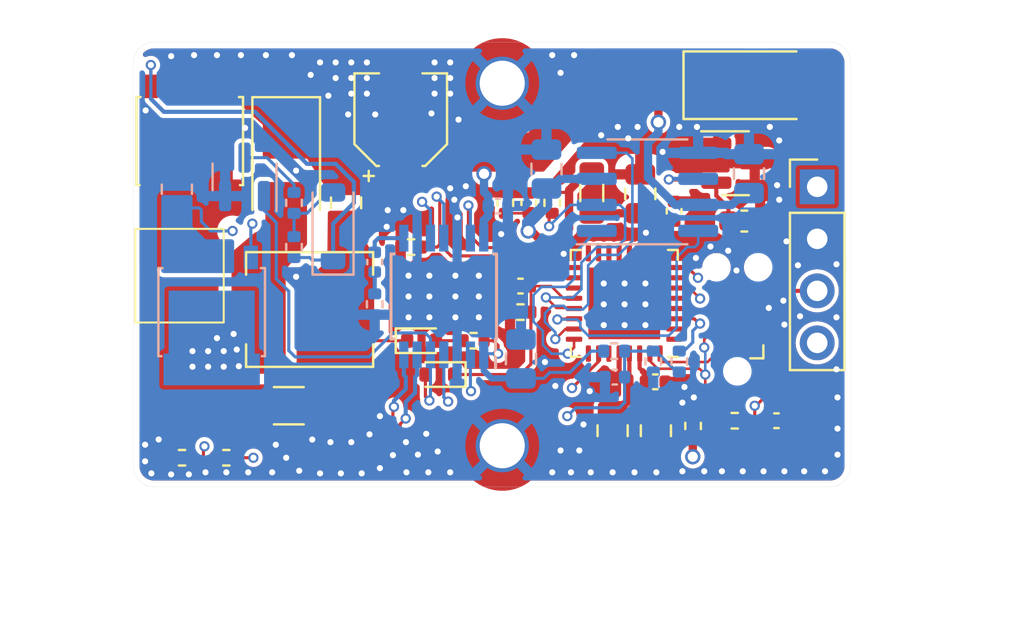
<source format=kicad_pcb>
(kicad_pcb (version 20221018) (generator pcbnew)
  (layers (0 "F.Cu" jumper) (1 "In1.Cu" signal) (2 "In2.Cu" signal) (31 "B.Cu" signal) (34 "B.Paste" user) (35 "F.Paste" user) (36 "B.SilkS" user "B.Silkscreen") (37 "F.SilkS" user "F.Silkscreen") (38 "B.Mask" user) (39 "F.Mask" user) (44 "Edge.Cuts" user))
  (net 0 "")
  (net 1 "GND")
  (net 2 "+3.3V")
  (net 3 "/VDDANA")
  (net 4 "/VDDCORE")
  (net 5 "/M05_RESET")
  (net 6 "VS")
  (net 7 "/M05_SWDIO")
  (net 8 "/M05_SWCLK")
  (net 22 "/M03_LINE")
  (net 23 "+BATT")
  (net 24 "/M03_CS")
  (net 25 "/M03_RXD")
  (net 26 "/M03_TXD")
  (net 27 "/M03_TXE")
  (net 28 "Net-(C19-Pad2)")
  (net 29 "Net-(Q3-D)")
  (net 30 "VCCQ")
  (net 31 "Net-(D1-A)")
  (net 32 "Net-(D6-A)")
  (net 33 "/M05_FAULT")
  (net 34 "/TLD509x_Pgate")
  (net 35 "/TLD509x_PWMO")
  (net 36 "/M05_FREQ")
  (net 37 "/M05_ISET")
  (net 38 "/M05_PWMI")
  (net 39 "/TLD509x_COMP")
  (net 40 "/TLD509x_LL")
  (net 41 "/TLD509x_LH")
  (net 42 "/TLD509x_CS")
  (net 43 "/TLD509x_Ngate")
  (net 44 "/M05_NTC")
  (net 45 "/TLD509x_SET")
  (net 46 "/TLD509x_FB_N")
  (net 47 "/TLD509x_FB_P")
  (net 48 "/M05_BUTTON")
  (footprint "local:ASPI-6045" (layer "F.Cu") (at 139.406 102.773 180)
    (fp_text reference "L2" hide)
    (fp_text value "15u")
  )
  (footprint "Capacitor_SMD:C_0805_2012Metric" (layer "F.Cu") (at 155.539 97.124 -90)
    (fp_text reference "C6" hide)
    (fp_text value "10u")
  )
  (footprint "Capacitor_SMD:C_0402_1005Metric" (layer "F.Cu") (at 156.2716 106.3036 180)
    (fp_text reference "C4" hide)
    (fp_text value "220n")
  )
  (footprint "Capacitor_SMD:CP_Elec_4x5.3" (layer "F.Cu") (at 143.851 93.502 90)
    (fp_text reference "C17" hide)
    (fp_text value "100u")
  )
  (footprint "Connector_PinHeader_2.54mm:PinHeader_1x04_P2.54mm_Vertical" (layer "F.Cu") (at 164.171 96.782)
    (fp_text reference "U5" hide)
    (fp_text value "~")
  )
  (footprint "Diode_SMD:D_SMA" (layer "F.Cu") (at 138.263 95.915 -90)
    (fp_text reference "D7" hide)
    (fp_text value "SS34F-DC")
  )
  (footprint "Package_TO_SOT_SMD:LFPAK56" (layer "F.Cu") (at 133.557 94.549 -90)
    (fp_text reference "Q5" hide)
    (fp_text value "SiSS27DN")
  )
  (footprint "Inductor_SMD:L_0805_2012Metric" (layer "F.Cu") (at 153.1728 97.086 -90)
    (fp_text reference "L1" hide)
    (fp_text value "10uH")
  )
  (footprint "Resistor_SMD:R_0402_1005Metric" (layer "F.Cu") (at 151.2424 97.564 -90)
    (fp_text reference "R5" hide)
    (fp_text value "10k")
  )
  (footprint "local:2pinConnector" (layer "F.Cu") (at 133.056 99.852)
    (fp_text reference "J3" hide)
    (fp_text value "Conn_02x01")
  )
  (footprint "Resistor_SMD:R_0402_1005Metric" (layer "F.Cu") (at 149.693 102.9 180)
    (fp_text reference "R16" hide)
    (fp_text value "20k")
  )
  (footprint "Capacitor_SMD:C_0805_2012Metric" (layer "F.Cu") (at 156.301 108.6912 90)
    (fp_text reference "C1" hide)
    (fp_text value "10u")
  )
  (footprint "Resistor_SMD:R_0402_1005Metric" (layer "F.Cu") (at 158.115 108.458 90)
    (fp_text reference "R1" hide)
    (fp_text value "1k")
  )
  (footprint "Capacitor_SMD:C_0603_1608Metric" (layer "F.Cu") (at 160.615 98.455)
    (fp_text reference "C12" hide)
    (fp_text value "220p")
  )
  (footprint "Diode_SMD:D_SOD-523" (layer "F.Cu") (at 144.867 104.297)
    (fp_text reference "D6" hide)
    (fp_text value "BAS3005B02")
  )
  (footprint "MountingHole:MountingHole_2.2mm_M2_Pad_TopOnly" (layer "F.Cu") (at 148.804 91.724)
    (fp_text reference "H1" hide)
    (fp_text value "M2")
  )
  (footprint "MountingHole:MountingHole_2.2mm_M2_Pad_TopOnly" (layer "F.Cu") (at 148.804 109.424)
    (fp_text reference "H2" hide)
    (fp_text value "M2")
  )
  (footprint "Resistor_SMD:R_0402_1005Metric" (layer "F.Cu") (at 148.9564 97.564 90)
    (fp_text reference "R4" hide)
    (fp_text value "10k")
  )
  (footprint "Resistor_SMD:R_1206_3216Metric" (layer "F.Cu") (at 138.39 107.472)
    (fp_text reference "R15" hide)
    (fp_text value "0.430")
  )
  (footprint "Diode_SMD:D_SOD-523" (layer "F.Cu") (at 145.756 105.948 180)
    (fp_text reference "D5" hide)
    (fp_text value "BAS3005B02")
  )
  (footprint "Capacitor_SMD:C_0805_2012Metric" (layer "F.Cu") (at 141.184 97.566 90)
    (fp_text reference "C21" hide)
    (fp_text value "4.7u")
  )
  (footprint "Package_TO_SOT_SMD:SOT-23" (layer "F.Cu") (at 160.1855 95.631)
    (fp_text reference "D3" hide)
    (fp_text value "SDT23C15L02")
  )
  (footprint "Connector:Tag-Connect_TC2030-IDC-NL_2x03_P1.27mm_Vertical" (layer "F.Cu") (at 160.274 103.251 90)
    (fp_text reference "J1" hide)
    (fp_text value "Conn_ARM_SWD_TagConnect_TC2030-NL")
  )
  (footprint "Resistor_SMD:R_0402_1005Metric" (layer "F.Cu") (at 133.181 110.012)
    (fp_text reference "R3" hide)
    (fp_text value "10k")
  )
  (footprint "Diode_SMD:D_SMA" (layer "F.Cu") (at 161.158 91.821)
    (fp_text reference "D8" hide)
    (fp_text value "SS34F-DC")
  )
  (footprint "Capacitor_SMD:C_0402_1005Metric" (layer "F.Cu") (at 150.0994 97.564 -90)
    (fp_text reference "C15" hide)
    (fp_text value "100n")
  )
  (footprint "Capacitor_SMD:C_0402_1005Metric" (layer "F.Cu") (at 162.183 108.204 180)
    (fp_text reference "C9" hide)
    (fp_text value "100n")
  )
  (footprint "Resistor_SMD:R_0402_1005Metric" (layer "F.Cu") (at 147.407 104.297 180)
    (fp_text reference "R14" hide)
    (fp_text value "10k")
  )
  (footprint "Resistor_SMD:R_0402_1005Metric" (layer "F.Cu") (at 144.359 99.725 180)
    (fp_text reference "R8" hide)
    (fp_text value "20k")
  )
  (footprint "Resistor_SMD:R_0402_1005Metric" (layer "F.Cu") (at 135.342 110.012 180)
    (fp_text reference "TH1" hide)
    (fp_text value "ERT-J0ER103J")
  )
  (footprint "Package_DFN_QFN:VQFN-32-1EP_5x5mm_P0.5mm_EP3.5x3.5mm" (layer "F.Cu") (at 154.757 102.475 180)
    (fp_text reference "U1" hide)
    (fp_text value "ATSAMC21E18A-MNT")
  )
  (footprint "Capacitor_SMD:C_0805_2012Metric" (layer "F.Cu") (at 154.1888 108.6912 90)
    (fp_text reference "C8" hide)
    (fp_text value "2.2u")
  )
  (footprint "Capacitor_SMD:C_0402_1005Metric" (layer "F.Cu") (at 157.19 97.975 -90)
    (fp_text reference "C7" hide)
    (fp_text value "100n")
  )
  (footprint "Capacitor_SMD:C_0402_1005Metric" (layer "F.Cu") (at 149.693 101.63)
    (fp_text reference "C22" hide)
    (fp_text value "47n")
  )
  (footprint "Resistor_SMD:R_0402_1005Metric" (layer "F.Cu") (at 160.147 108.204)
    (fp_text reference "R2" hide)
    (fp_text value "10k")
  )
  (footprint "Resistor_SMD:R_0805_2012Metric" (layer "B.Cu") (at 132.929 96.901 -90)
    (fp_text reference "R17" hide)
    (fp_text value "50m")
  )
  (footprint "Package_SO:Infineon_PG-TSDSO-14-22" (layer "B.Cu") (at 145.951 102.138 90)
    (fp_text reference "U2" hide)
    (fp_text value "TLD509x")
  )
  (footprint "Resistor_SMD:R_0402_1005Metric" (layer "B.Cu") (at 138.644 99.726 90)
    (fp_text reference "R12" hide)
    (fp_text value "10k")
  )
  (footprint "Package_SO:SOIC-8_3.9x4.9mm_P1.27mm" (layer "B.Cu") (at 155.89 97.028)
    (fp_text reference "U4" hide)
    (fp_text value "MCP2021A-330E/SN")
  )
  (footprint "Capacitor_SMD:C_0805_2012Metric" (layer "B.Cu") (at 149.7184 105.186 -90)
    (fp_text reference "C18" hide)
    (fp_text value "2.2u")
  )
  (footprint "Capacitor_SMD:C_0402_1005Metric" (layer "B.Cu") (at 154.293 106.075)
    (fp_text reference "C20" hide)
    (fp_text value "220n")
  )
  (footprint "Capacitor_SMD:C_0402_1005Metric" (layer "B.Cu") (at 148.6008 97.7184 180)
    (fp_text reference "C2" hide)
    (fp_text value "100n")
  )
  (footprint "Capacitor_SMD:C_0805_2012Metric" (layer "B.Cu") (at 150.963 95.915 90)
    (fp_text reference "C14" hide)
    (fp_text value "22u")
  )
  (footprint "Capacitor_SMD:C_0402_1005Metric" (layer "B.Cu") (at 142.581 100.459 -90)
    (fp_text reference "C19" hide)
    (fp_text value "47n")
  )
  (footprint "Package_TO_SOT_SMD:SOT-23" (layer "B.Cu") (at 136.231 96.296 90)
    (fp_text reference "Q3" hide)
    (fp_text value "2N7002")
  )
  (footprint "Resistor_SMD:R_0402_1005Metric" (layer "B.Cu") (at 156.172 105.313 90)
    (fp_text reference "R11" hide)
    (fp_text value "20k")
  )
  (footprint "Resistor_SMD:R_0402_1005Metric" (layer "B.Cu") (at 138.644 97.567 90)
    (fp_text reference "R13" hide)
    (fp_text value "10k")
  )
  (footprint "Resistor_SMD:R_0402_1005Metric" (layer "B.Cu") (at 154.265 104.805 180)
    (fp_text reference "R10" hide)
    (fp_text value "20k")
  )
  (footprint "Capacitor_SMD:C_0805_2012Metric" (layer "B.Cu") (at 160.843 96.139 -90)
    (fp_text reference "C13" hide)
    (fp_text value "10u")
  )
  (footprint "Package_TO_SOT_SMD:LFPAK56" (layer "B.Cu") (at 134.627 102.901 -90)
    (fp_text reference "Q1" hide)
    (fp_text value "PSMN5R2-60YL")
  )
  (footprint "Resistor_SMD:R_0402_1005Metric" (layer "B.Cu") (at 157.442 105.313 -90)
    (fp_text reference "R9" hide)
    (fp_text value "20k")
  )
  (footprint "Resistor_SMD:R_0402_1005Metric" (layer "B.Cu") (at 142.581 102.519 -90)
    (fp_text reference "R6" hide)
    (fp_text value "10k")
  )
  (footprint "Diode_SMD:D_SOD-123" (layer "B.Cu") (at 140.549 98.709 90)
    (fp_text reference "D1" hide)
    (fp_text value "BZT52C20-TP")
  )
  (gr_line (start 164.804 89.724) (end 131.804 89.724) (stroke (width 0.01)) (layer "Edge.Cuts"))
  (gr_line (start 165.804 96.724) (end 165.804 90.724) (stroke (width 0.01)) (layer "Edge.Cuts"))
  (gr_line (start 130.804 96.724) (end 130.804 104.424) (stroke (width 0.01)) (layer "Edge.Cuts"))
  (gr_line (start 130.804 90.724) (end 130.804 96.724) (stroke (width 0.01)) (layer "Edge.Cuts"))
  (gr_arc (start 131.804 111.424) (mid 131.096893 111.131107) (end 130.804 110.424) (stroke (width 0.01)) (layer "Edge.Cuts"))
  (gr_arc (start 164.804 89.724) (mid 165.511078 90.016909) (end 165.804 90.724) (stroke (width 0.01)) (layer "Edge.Cuts"))
  (gr_arc (start 130.804 90.724) (mid 131.096893 90.016893) (end 131.804 89.724) (stroke (width 0.01)) (layer "Edge.Cuts"))
  (gr_line (start 131.804 111.424) (end 164.804 111.424) (stroke (width 0.01)) (layer "Edge.Cuts"))
  (gr_line (start 165.804 110.424) (end 165.804 104.424) (stroke (width 0.01)) (layer "Edge.Cuts"))
  (gr_arc (start 165.804 110.424) (mid 165.511107 111.131107) (end 164.804 111.424) (stroke (width 0.01)) (layer "Edge.Cuts"))
  (gr_line (start 165.804 104.424) (end 165.804 96.724) (stroke (width 0.01)) (layer "Edge.Cuts"))
  (gr_line (start 130.804 104.424) (end 130.804 110.424) (stroke (width 0.01)) (layer "Edge.Cuts"))
  (via (at 158.2528 100.2584) (size 0.5) (drill 0.3) (layers "F.Cu" "B.Cu") (net 1))
  (via (at 145.248 103.154) (size 0.5) (drill 0.3) (layers "F.Cu" "B.Cu") (net 1))
  (via (at 165.1108 103.154) (size 0.5) (drill 0.3) (layers "F.Cu" "B.Cu") (net 1))
  (via (at 162.3168 94.518) (size 0.5) (drill 0.3) (layers "F.Cu" "B.Cu") (net 1))
  (via (at 141.438 92.232) (size 0.5) (drill 0.3) (layers "F.Cu" "B.Cu") (net 1))
  (via (at 146.518 103.154) (size 0.5) (drill 0.3) (layers "F.Cu" "B.Cu") (net 1))
  (via (at 146.4672 97.4136) (size 0.5) (drill 0.3) (layers "F.Cu" "B.Cu") (net 1))
  (via (at 156.3224 110.7232) (size 0.5) (drill 0.3) (layers "F.Cu" "B.Cu") (net 1))
  (via (at 146.6196 98.2772) (size 0.5) (drill 0.3) (layers "F.Cu" "B.Cu") (net 1))
  (via (at 158.6592 110.6724) (size 0.5) (drill 0.3) (layers "F.Cu" "B.Cu") (net 1))
  (via (at 155.789 102.519) (size 0.5) (drill 0.3) (layers "F.Cu" "B.Cu") (net 1))
  (via (at 162.3168 97.4136) (size 0.5) (drill 0.3) (layers "F.Cu" "B.Cu") (net 1))
  (via (at 137.755 109.377) (size 0.5) (drill 0.3) (layers "F.Cu" "B.Cu") (net 1))
  (via (at 146.518 101.122) (size 0.5) (drill 0.3) (layers "F.Cu" "B.Cu") (net 1))
  (via (at 143.47 109.885) (size 0.5) (drill 0.3) (layers "F.Cu" "B.Cu") (net 1))
  (via (at 141.438 91.47) (size 0.5) (drill 0.3) (layers "F.Cu" "B.Cu") (net 1))
  (via (at 139.533 109.123) (size 0.5) (drill 0.3) (layers "F.Cu" "B.Cu") (net 1))
  (via (at 134.8848 90.3524) (size 0.5) (drill 0.3) (layers "F.Cu" "B.Cu") (net 1))
  (via (at 151.2424 110.7232) (size 0.5) (drill 0.3) (layers "F.Cu" "B.Cu") (net 1))
  (via (at 161.8596 93.8576) (size 0.5) (drill 0.3) (layers "F.Cu" "B.Cu") (net 1))
  (via (at 154.773 101.503) (size 0.5) (drill 0.3) (layers "F.Cu" "B.Cu") (net 1))
  (via (at 155.8144 99.0235) (size 0.5) (drill 0.3) (layers "F.Cu" "B.Cu") (net 1))
  (via (at 165.1108 100.5632) (size 0.5) (drill 0.3) (layers "F.Cu" "B.Cu") (net 1))
  (via (at 155.789 101.503) (size 0.5) (drill 0.3) (layers "F.Cu" "B.Cu") (net 1))
  (via (at 146.6704 93.502) (size 0.5) (drill 0.3) (layers "F.Cu" "B.Cu") (net 1))
  (via (at 151.8012 100.0552) (size 0.5) (drill 0.3) (layers "F.Cu" "B.Cu") (net 1))
  (via (at 137.5772 110.7232) (size 0.5) (drill 0.3) (layers "F.Cu" "B.Cu") (net 1))
  (via (at 142.2 92.232) (size 0.5) (drill 0.3) (layers "F.Cu" "B.Cu") (net 1))
  (via (at 157.694 106.5576) (size 0.5) (drill 0.3) (layers "F.Cu" "B.Cu") (net 1))
  (via (at 162.5708 110.6724) (size 0.5) (drill 0.3) (layers "F.Cu" "B.Cu") (net 1))
  (via (at 162.6724 99.4456) (size 0.5) (drill 0.3) (layers "F.Cu" "B.Cu") (net 1))
  (via (at 154.1888 110.7232) (size 0.5) (drill 0.3) (layers "F.Cu" "B.Cu") (net 1))
  (via (at 142.2 91.47) (size 0.5) (drill 0.3) (layers "F.Cu" "B.Cu") (net 1))
  (via (at 154.773 103.535) (size 0.5) (drill 0.3) (layers "F.Cu" "B.Cu") (net 1))
  (via (at 146.264 90.708) (size 0.5) (drill 0.3) (layers "F.Cu" "B.Cu") (net 1))
  (via (at 151.3948 106.5068) (size 0.5) (drill 0.3) (layers "F.Cu" "B.Cu") (net 1))
  (via (at 138.5424 90.3524) (size 0.5) (drill 0.3) (layers "F.Cu" "B.Cu") (net 1))
  (via (at 154.9508 94.4164) (size 0.5) (drill 0.3) (layers "F.Cu" "B.Cu") (net 1))
  (via (at 145.1972 110.7232) (size 0.5) (drill 0.3) (layers "F.Cu" "B.Cu") (net 1))
  (via (at 139.914 90.708) (size 0.5) (drill 0.3) (layers "F.Cu" "B.Cu") (net 1))
  (via (at 158.1512 107.0656) (size 0.5) (drill 0.3) (layers "F.Cu" "B.Cu") (net 1))
  (via (at 154.773 102.519) (size 0.5) (drill 0.3) (layers "F.Cu" "B.Cu") (net 1))
  (via (at 133.5132 110.8248) (size 0.5) (drill 0.3) (layers "F.Cu" "B.Cu") (net 1))
  (via (at 145.248 101.122) (size 0.5) (drill 0.3) (layers "F.Cu" "B.Cu") (net 1))
  (via (at 137.2724 90.3524) (size 0.5) (drill 0.3) (layers "F.Cu" "B.Cu") (net 1))
  (via (at 131.405225 93.052491) (size 0.5) (drill 0.3) (layers "F.Cu" "B.Cu") (net 1))
  (via (at 145.3496 93.1972) (size 0.5) (drill 0.3) (layers "F.Cu" "B.Cu") (net 1))
  (via (at 163.536 110.6724) (size 0.5) (drill 0.3) (layers "F.Cu" "B.Cu") (net 1))
  (via (at 139.914 110.774) (size 0.5) (drill 0.3) (layers "F.Cu" "B.Cu") (net 1))
  (via (at 142.6064 93.248) (size 0.5) (drill 0.3) (layers "F.Cu" "B.Cu") (net 1))
  (via (at 147.661 103.154) (size 0.5) (drill 0.3) (layers "F.Cu" "B.Cu") (net 1))
  (via (at 142.327 108.869) (size 0.5) (drill 0.3) (layers "F.Cu" "B.Cu") (net 1))
  (via (at 141.946 110.774) (size 0.5) (drill 0.3) (layers "F.Cu" "B.Cu") (net 1))
  (via (at 157.44 93.8576) (size 0.5) (drill 0.3) (layers "F.Cu" "B.Cu") (net 1))
  (via (at 138.263 110.012) (size 0.5) (drill 0.3) (layers "F.Cu" "B.Cu") (net 1))
  (via (at 151.6488 109.6564) (size 0.5) (drill 0.3) (layers "F.Cu" "B.Cu") (net 1))
  (via (at 147.661 101.122) (size 0.5) (drill 0.3) (layers "F.Cu" "B.Cu") (net 1))
  (via (at 163.2312 100.614) (size 0.5) (drill 0.3) (layers "F.Cu" "B.Cu") (net 1))
  (via (at 161.8088 102.6968) (size 0.5) (drill 0.3) (layers "F.Cu" "B.Cu") (net 1))
  (via (at 159.5228 110.6724) (size 0.5) (drill 0.3) (layers "F.Cu" "B.Cu") (net 1))
  (via (at 146.264 96.8548) (size 0.5) (drill 0.3) (layers "F.Cu" "B.Cu") (net 1))
  (via (at 153.757 103.535) (size 0.5) (drill 0.3) (layers "F.Cu" "B.Cu") (net 1))
  (via (at 146.264 92.232) (size 0.5) (drill 0.3) (layers "F.Cu" "B.Cu") (net 1))
  (via (at 143.978 97.9216) (size 0.5) (drill 0.3) (layers "F.Cu" "B.Cu") (net 1))
  (via (at 151.2424 90.3524) (size 0.5) (drill 0.3) (layers "F.Cu" "B.Cu") (net 1))
  (via (at 164.552 110.6724) (size 0.5) (drill 0.3) (layers "F.Cu" "B.Cu") (net 1))
  (via (at 138.7456 95.9912) (size 0.5) (drill 0.3) (layers "F.Cu" "B.Cu") (net 1))
  (via (at 152.3092 90.3524) (size 0.5) (drill 0.3) (layers "F.Cu" "B.Cu") (net 1))
  (via (at 162.52 102.3412) (size 0.5) (drill 0.3) (layers "F.Cu" "B.Cu") (net 1))
  (via (at 145.0956 108.8436) (size 0.5) (drill 0.3) (layers "F.Cu" "B.Cu") (net 1))
  (via (at 145.502 92.232) (size 0.5) (drill 0.3) (layers "F.Cu" "B.Cu") (net 1))
  (via (at 136.4088 110.7232) (size 0.5) (drill 0.3) (layers "F.Cu" "B.Cu") (net 1))
  (via (at 144.232 102.138) (size 0.5) (drill 0.3) (layers "F.Cu" "B.Cu") (net 1))
  (via (at 151.6488 91.216) (size 0.5) (drill 0.3) (layers "F.Cu" "B.Cu") (net 1))
  (via (at 140.93 110.774) (size 0.5) (drill 0.3) (layers "F.Cu" "B.Cu") (net 1))
  (via (at 153.63 94.264) (size 0.5) (drill 0.3) (layers "F.Cu" "B.Cu") (net 1))
  (via (at 162.5708 103.5096) (size 0.5) (drill 0.3) (layers "F.Cu" "B.Cu") (net 1))
  (via (at 144.1304 110.7232) (size 0.5) (drill 0.3) (layers "F.Cu" "B.Cu") (net 1))
  (via (at 133.7672 90.3524) (size 0.5) (drill 0.3) (layers "F.Cu" "B.Cu") (net 1))
  (via (at 146.518 102.138) (size 0.5) (drill 0.3) (layers "F.Cu" "B.Cu") (net 1))
  (via (at 155.789 103.535) (size 0.5) (drill 0.3) (layers "F.Cu" "B.Cu") (net 1))
  (via (at 153.757 101.503) (size 0.5) (drill 0.3) (layers "F.Cu" "B.Cu") (net 1))
  (via (at 143.1652 98.7344) (size 0.5) (drill 0.3) (layers "F.Cu" "B.Cu") (net 1))
  (via (at 141.2856 93.248) (size 0.5) (drill 0.3) (layers "F.Cu" "B.Cu") (net 1))
  (via (at 144.232 101.122) (size 0.5) (drill 0.3) (layers "F.Cu" "B.Cu") (net 1))
  (via (at 161.5548 110.6724) (size 0.5) (drill 0.3) (layers "F.Cu" "B.Cu") (net 1))
  (via (at 136.0532 90.3524) (size 0.5) (drill 0.3) (layers "F.Cu" "B.Cu") (net 1))
  (via (at 146.264 110.7232) (size 0.5) (drill 0.3) (layers "F.Cu" "B.Cu") (net 1))
  (via (at 132.6496 90.4032) (size 0.5) (drill 0.3) (layers "F.Cu" "B.Cu") (net 1))
  (via (at 158.964 99.6996) (size 0.5) (drill 0.3) (layers "F.Cu" "B.Cu") (net 1))
  (via (at 144.232 103.154) (size 0.5) (drill 0.3) (layers "F.Cu" "B.Cu") (net 1))
  (via (at 138.7456 101.1728) (size 0.5) (drill 0.3) (layers "F.Cu" "B.Cu") (net 1))
  (via (at 147.661 102.138) (size 0.5) (drill 0.3) (layers "F.Cu" "B.Cu") (net 1))
  (via (at 156.6272 95.0768) (size 0.5) (drill 0.3) (layers "F.Cu" "B.Cu") (net 1))
  (via (at 145.6544 109.7072) (size 0.5) (drill 0.3) (layers "F.Cu" "B.Cu") (net 1))
  (via (at 153.757 102.519) (size 0.5) (drill 0.3) (layers "F.Cu" "B.Cu") (net 1))
  (via (at 140.676 91.47) (size 0.5) (drill 0.3) (layers "F.Cu" "B.Cu") (net 1))
  (via (at 140.676 90.708) (size 0.5) (drill 0.3) (layers "F.Cu" "B.Cu") (net 1))
  (via (at 165.1108 105.694) (size 0.5) (drill 0.3) (layers "F.Cu" "B.Cu") (net 1))
  (via (at 158.3036 93.8576) (size 0.5) (drill 0.3) (layers "F.Cu" "B.Cu") (net 1))
  (via (at 142.835 110.52) (size 0.5) (drill 0.3) (layers "F.Cu" "B.Cu") (net 1))
  (via (at 132.6496 110.8248) (size 0.5) (drill 0.3) (layers "F.Cu" "B.Cu") (net 1))
  (via (at 134.326 110.7232) (size 0.5) (drill 0.3) (layers "F.Cu" "B.Cu") (net 1))
  (via (at 135.342 110.7232) (size 0.5) (drill 0.3) (layers "F.Cu" "B.Cu") (net 1))
  (via (at 131.3796 109.3732) (size 0.5) (drill 0.3) (layers "F.Cu" "B.Cu") (net 1))
  (via (at 157.5924 107.3196) (size 0.5) (drill 0.3) (layers "F.Cu" "B.Cu") (net 1))
  (via (at 163.3328 103.1032) (size 0.5) (drill 0.3) (layers "F.Cu" "B.Cu") (net 1))
  (via (at 150.8868 105.3384) (size 0.5) (drill 0.3) (layers "F.Cu" "B.Cu") (net 1))
  (via (at 131.3796 110.186) (size 0.5) (drill 0.3) (layers "F.Cu" "B.Cu") (net 1))
  (via (at 142.2 90.708) (size 0.5) (drill 0.3) (layers "F.Cu" "B.Cu") (net 1))
  (via (at 141.438 90.708) (size 0.5) (drill 0.3) (layers "F.Cu" "B.Cu") (net 1))
  (via (at 144.6892 109.8596) (size 0.5) (drill 0.3) (layers "F.Cu" "B.Cu") (net 1))
  (via (at 155.408 93.8576) (size 0.5) (drill 0.3) (layers "F.Cu" "B.Cu") (net 1))
  (via (at 154.4428 93.8576) (size 0.5) (drill 0.3) (layers "F.Cu" "B.Cu") (net 1))
  (via (at 139.4568 91.3176) (size 0.5) (drill 0.3) (layers "F.Cu" "B.Cu") (net 1))
  (via (at 145.248 102.138) (size 0.5) (drill 0.3) (layers "F.Cu" "B.Cu") (net 1))
  (via (at 159.8276 99.9028) (size 0.5) (drill 0.3) (layers "F.Cu" "B.Cu") (net 1))
  (via (at 152.5632 109.6564) (size 0.5) (drill 0.3) (layers "F.Cu" "B.Cu") (net 1))
  (via (at 136.2564 93.9084) (size 0.5) (drill 0.3) (layers "F.Cu" "B.Cu") (net 1))
  (via (at 165.1616 107.0656) (size 0.5) (drill 0.3) (layers "F.Cu" "B.Cu") (net 1))
  (via (at 138.898 110.647) (size 0.5) (drill 0.3) (layers "F.Cu" "B.Cu") (net 1))
  (via (at 131.6844 110.774) (size 0.5) (drill 0.3) (layers "F.Cu" "B.Cu") (net 1))
  (via (at 140.422 109.25) (size 0.5) (drill 0.3) (layers "F.Cu" "B.Cu") (net 1))
  (via (at 165.1616 109.8596) (size 0.5) (drill 0.3) (layers "F.Cu" "B.Cu") (net 1))
  (via (at 155.2556 110.7232) (size 0.5) (drill 0.3) (layers "F.Cu" "B.Cu") (net 1))
  (via (at 144.105 109.25) (size 0.5) (drill 0.3) (layers "F.Cu" "B.Cu") (net 1))
  (via (at 160.234 100.868) (size 0.5) (drill 0.3) (layers "F.Cu" "B.Cu") (net 1))
  (via (at 142.835 107.98) (size 0.5) (drill 0.3) (layers "F.Cu" "B.Cu") (net 1))
  (via (at 141.438 109.25) (size 0.5) (drill 0.3) (layers "F.Cu" "B.Cu") (net 1))
  (via (at 157.5924 110.6724) (size 0.5) (drill 0.3) (layers "F.Cu" "B.Cu") (net 1))
  (via (at 148.7532 99.09) (size 0.5) (drill 0.3) (layers "F.Cu" "B.Cu") (net 1))
  (via (at 162.2152 96.7024) (size 0.5) (drill 0.3) (layers "F.Cu" "B.Cu") (net 1))
  (via (at 147.026 96.7532) (size 0.5) (drill 0.3) (layers "F.Cu" "B.Cu") (net 1))
  (via (at 152.7664 108.3864) (size 0.5) (drill 0.3) (layers "F.Cu" "B.Cu") (net 1))
  (via (at 153.122 110.7232) (size 0.5) (drill 0.3) (layers "F.Cu" "B.Cu") (net 1))
  (via (at 160.5388 110.6724) (size 0.5) (drill 0.3) (layers "F.Cu" "B.Cu") (net 1))
  (via (at 165.1616 108.5896) (size 0.5) (drill 0.3) (layers "F.Cu" "B.Cu") (net 1))
  (via (at 132.04 109.1192) (size 0.5) (drill 0.3) (layers "F.Cu" "B.Cu") (net 1))
  (via (at 143.216 97.9216) (size 0.5) (drill 0.3) (layers "F.Cu" "B.Cu") (net 1))
  (via (at 152.1568 110.7232) (size 0.5) (drill 0.3) (layers "F.Cu" "B.Cu") (net 1))
  (via (at 145.502 90.708) (size 0.5) (drill 0.3) (layers "F.Cu" "B.Cu") (net 1))
  (via (at 153.0712 106.7608) (size 0.5) (drill 0.3) (layers "F.Cu" "B.Cu") (net 1))
  (via (at 146.264 91.47) (size 0.5) (drill 0.3) (layers "F.Cu" "B.Cu") (net 1))
  (via (at 145.502 91.47) (size 0.5) (drill 0.3) (layers "F.Cu" "B.Cu") (net 1))
  (via (at 140.3204 92.3336) (size 0.5) (drill 0.3) (layers "F.Cu" "B.Cu") (net 1))
  (segment (start 158.115 108.968) (end 158.873 108.968) (width 0.4064) (layer "F.Cu") (net 2))
  (segment (start 155.507 105.638) (end 155.66 105.791) (width 0.2032) (layer "F.Cu") (net 2))
  (segment (start 156.301 106.9934) (end 156.301 107.965) (width 0.4064) (layer "F.Cu") (net 2))
  (segment (start 160.8872 106.8188) (end 161.377 106.329) (width 0.4064) (layer "F.Cu") (net 2))
  (segment (start 161.377 104.989) (end 160.909 104.521) (width 0.4064) (layer "F.Cu") (net 2))
  (segment (start 135.852 110.012) (end 136.6628 110.012) (width 0.1524) (layer "F.Cu") (net 2))
  (segment (start 151.2424 97.054) (end 151.9576 97.054) (width 0.1524) (layer "F.Cu") (net 2))
  (segment (start 158.873 108.968) (end 159.637 108.204) (width 0.4064) (layer "F.Cu") (net 2))
  (segment (start 156.0684 106.7608) (end 156.301 106.9934) (width 0.4064) (layer "F.Cu") (net 2))
  (segment (start 160.3792 106.8188) (end 160.8872 106.8188) (width 0.4064) (layer "F.Cu") (net 2))
  (segment (start 158.1004 108.9826) (end 158.115 108.968) (width 0.4064) (layer "F.Cu") (net 2))
  (segment (start 158.1004 109.9612) (end 158.1004 108.9826) (width 0.4064) (layer "F.Cu") (net 2))
  (segment (start 151.344 99.5472) (end 152.0647 98.8265) (width 0.4064) (layer "F.Cu") (net 2))
  (segment (start 156.6884 107.965) (end 157.6914 108.968) (width 0.4064) (layer "F.Cu") (net 2))
  (segment (start 153.10585 96.0235) (end 153.1728 96.0235) (width 0.1524) (layer "F.Cu") (net 2))
  (segment (start 155.507 104.925) (end 155.507 105.638) (width 0.2032) (layer "F.Cu") (net 2))
  (segment (start 151.9576 97.054) (end 152.0647 96.9469) (width 0.1524) (layer "F.Cu") (net 2))
  (segment (start 155.7636 105.8946) (end 155.66 105.791) (width 0.3048) (layer "F.Cu") (net 2))
  (segment (start 150.2264 98.9376) (end 150.836 99.5472) (width 0.4064) (layer "F.Cu") (net 2))
  (segment (start 152.9881 96.0235) (end 153.1728 96.0235) (width 0.4064) (layer "F.Cu") (net 2))
  (segment (start 157.6914 108.968) (end 158.115 108.968) (width 0.4064) (layer "F.Cu") (net 2))
  (segment (start 152.0647 96.9469) (end 152.9881 96.0235) (width 0.4064) (layer "F.Cu") (net 2))
  (segment (start 161.377 106.329) (end 161.377 104.989) (width 0.4064) (layer "F.Cu") (net 2))
  (segment (start 152.0647 98.8265) (end 152.0647 96.9469) (width 0.4064) (layer "F.Cu") (net 2))
  (segment (start 159.637 108.204) (end 159.637 107.561) (width 0.4064) (layer "F.Cu") (net 2))
  (segment (start 156.301 107.965) (end 156.6884 107.965) (width 0.4064) (layer "F.Cu") (net 2))
  (segment (start 150.836 99.5472) (end 151.344 99.5472) (width 0.4064) (layer "F.Cu") (net 2))
  (segment (start 155.7636 106.456) (end 155.7636 105.8946) (width 0.3048) (layer "F.Cu") (net 2))
  (segment (start 150.074 98.9376) (end 150.2264 98.9376) (width 0.4064) (layer "F.Cu") (net 2))
  (segment (start 156.0684 106.7608) (end 155.7636 106.456) (width 0.3048) (layer "F.Cu") (net 2))
  (segment (start 159.637 107.561) (end 160.3792 106.8188) (width 0.4064) (layer "F.Cu") (net 2))
  (via (at 158.1004 109.9612) (size 0.75) (drill 0.5) (layers "F.Cu" "B.Cu") (net 2))
  (via (at 136.6628 110.012) (size 0.5) (drill 0.3) (layers "F.Cu" "B.Cu") (net 2))
  (via (at 150.074 98.9376) (size 0.75) (drill 0.5) (layers "F.Cu" "B.Cu") (net 2))
  (segment (start 151.628 96.393) (end 153.415 96.393) (width 0.4064) (layer "B.Cu") (net 2))
  (segment (start 150.9376 96.8904) (end 150.963 96.865) (width 0.6096) (layer "B.Cu") (net 2))
  (segment (start 150.9376 97.6676) (end 150.9376 96.8904) (width 0.6096) (layer "B.Cu") (net 2))
  (segment (start 151.156 96.865) (end 151.628 96.393) (width 0.4064) (layer "B.Cu") (net 2))
  (segment (start 150.074 98.9376) (end 150.074 98.5312) (width 0.6096) (layer "B.Cu") (net 2))
  (segment (start 150.074 98.5312) (end 150.9376 97.6676) (width 0.6096) (layer "B.Cu") (net 2))
  (segment (start 150.963 96.865) (end 151.156 96.865) (width 0.4064) (layer "B.Cu") (net 2))
  (segment (start 154.3945 98.1485) (end 154.469 98.074) (width 0.4064) (layer "F.Cu") (net 3))
  (segment (start 156.882 98.455) (end 156.549 98.788) (width 0.4064) (layer "F.Cu") (net 3))
  (segment (start 156.549 98.788) (end 155.835 98.074) (width 0.4064) (layer "F.Cu") (net 3))
  (segment (start 156.507 98.83) (end 156.549 98.788) (width 0.2032) (layer "F.Cu") (net 3))
  (segment (start 154.469 98.074) (end 155.539 98.074) (width 0.4064) (layer "F.Cu") (net 3))
  (segment (start 153.1728 98.1485) (end 154.3945 98.1485) (width 0.4064) (layer "F.Cu") (net 3))
  (segment (start 156.507 100.025) (end 156.507 98.83) (width 0.2032) (layer "F.Cu") (net 3))
  (segment (start 155.835 98.074) (end 155.539 98.074) (width 0.4064) (layer "F.Cu") (net 3))
  (segment (start 157.19 98.455) (end 156.882 98.455) (width 0.4064) (layer "F.Cu") (net 3))
  (segment (start 155.007 106.1004) (end 155.007 105.682) (width 0.2032) (layer "F.Cu") (net 4))
  (segment (start 155.007 105.682) (end 155.007 104.925) (width 0.2032) (layer "F.Cu") (net 4))
  (segment (start 155.007 106.1004) (end 155.007 107.1618) (width 0.4064) (layer "F.Cu") (net 4))
  (segment (start 155.007 107.1618) (end 154.4276 107.7412) (width 0.4064) (layer "F.Cu") (net 4))
  (segment (start 154.4276 107.7412) (end 154.1888 107.7412) (width 0.4064) (layer "F.Cu") (net 4))
  (segment (start 161.123 108.204) (end 161.703 108.204) (width 0.1524) (layer "F.Cu") (net 5))
  (segment (start 161.123 108.204) (end 161.123 107.472) (width 0.1524) (layer "F.Cu") (net 5))
  (segment (start 161.601 103.251) (end 160.909 103.251) (width 0.1524) (layer "F.Cu") (net 5))
  (segment (start 153.507 105.309) (end 153.507 104.925) (width 0.1524) (layer "F.Cu") (net 5))
  (segment (start 162.012 103.662) (end 161.601 103.251) (width 0.1524) (layer "F.Cu") (net 5))
  (segment (start 162.012 106.6465) (end 162.012 103.662) (width 0.1524) (layer "F.Cu") (net 5))
  (segment (start 161.123 107.472) (end 161.1865 107.472) (width 0.1524) (layer "F.Cu") (net 5))
  (segment (start 160.657 108.204) (end 161.123 108.204) (width 0.1524) (layer "F.Cu") (net 5))
  (segment (start 152.2076 106.6084) (end 153.507 105.309) (width 0.1524) (layer "F.Cu") (net 5))
  (segment (start 161.1865 107.472) (end 162.012 106.6465) (width 0.1524) (layer "F.Cu") (net 5))
  (via (at 161.123 107.472) (size 0.5) (drill 0.3) (layers "F.Cu" "B.Cu") (net 5))
  (via (at 152.2076 106.6084) (size 0.5) (drill 0.3) (layers "F.Cu" "B.Cu") (net 5))
  (segment (start 159.3704 93.8068) (end 160.8944 93.8068) (width 0.3048) (layer "F.Cu") (net 6))
  (segment (start 159.248 94.681) (end 159.248 93.9292) (width 0.3048) (layer "F.Cu") (net 6))
  (segment (start 159.248 93.9292) (end 159.3704 93.8068) (width 0.3048) (layer "F.Cu") (net 6))
  (segment (start 162.8802 91.821) (end 163.158 91.821) (width 0.3048) (layer "F.Cu") (net 6))
  (segment (start 160.8944 93.8068) (end 162.8802 91.821) (width 0.3048) (layer "F.Cu") (net 6))
  (segment (start 156.6044 105.3384) (end 158.8216 105.3384) (width 0.127) (layer "F.Cu") (net 7))
  (segment (start 156.507 104.925) (end 156.507 105.241) (width 0.127) (layer "F.Cu") (net 7))
  (segment (start 156.507 105.241) (end 156.6044 105.3384) (width 0.127) (layer "F.Cu") (net 7))
  (segment (start 158.8216 105.3384) (end 159.639 104.521) (width 0.127) (layer "F.Cu") (net 7))
  (segment (start 156.007 105.286034) (end 156.386366 105.6654) (width 0.127) (layer "F.Cu") (net 8))
  (segment (start 158.71 105.948) (end 158.71 107.353) (width 0.127) (layer "F.Cu") (net 8))
  (segment (start 156.007 104.925) (end 156.007 105.286034) (width 0.127) (layer "F.Cu") (net 8))
  (segment (start 158.4274 105.6654) (end 158.71 105.948) (width 0.127) (layer "F.Cu") (net 8))
  (segment (start 156.386366 105.6654) (end 158.4274 105.6654) (width 0.127) (layer "F.Cu") (net 8))
  (segment (start 158.71 107.353) (end 158.115 107.948) (width 0.127) (layer "F.Cu") (net 8))
  (segment (start 158.6592 104.6272) (end 158.6592 104.2308) (width 0.127) (layer "F.Cu") (net 8))
  (segment (start 158.6592 104.2308) (end 159.639 103.251) (width 0.127) (layer "F.Cu") (net 8))
  (via (at 158.6592 104.6272) (size 0.5) (drill 0.3) (layers "F.Cu" "B.Cu") (net 8))
  (via (at 158.71 105.948) (size 0.5) (drill 0.3) (layers "F.Cu" "B.Cu") (net 8))
  (segment (start 158.6592 104.6272) (end 158.71 104.678) (width 0.127) (layer "B.Cu") (net 8))
  (segment (start 158.71 104.678) (end 158.71 105.948) (width 0.127) (layer "B.Cu") (net 8))
  (segment (start 162.393 100.233) (end 162.393 101.376) (width 0.2032) (layer "F.Cu") (net 22))
  (segment (start 162.879 101.862) (end 164.171 101.862) (width 0.2032) (layer "F.Cu") (net 22))
  (segment (start 157.979 96.581) (end 159.248 96.581) (width 0.2032) (layer "F.Cu") (net 22))
  (segment (start 159.84 98.455) (end 159.84 99.077) (width 0.2032) (layer "F.Cu") (net 22))
  (segment (start 159.84 98.455) (end 159.84 97.807) (width 0.2032) (layer "F.Cu") (net 22))
  (segment (start 156.932 96.423) (end 157.821 96.423) (width 0.2032) (layer "F.Cu") (net 22))
  (segment (start 161.885 99.725) (end 162.393 100.233) (width 0.2032) (layer "F.Cu") (net 22))
  (segment (start 162.393 101.376) (end 162.879 101.862) (width 0.2032) (layer "F.Cu") (net 22))
  (segment (start 159.84 97.807) (end 159.248 97.215) (width 0.2032) (layer "F.Cu") (net 22))
  (segment (start 159.84 99.077) (end 160.488 99.725) (width 0.2032) (layer "F.Cu") (net 22))
  (segment (start 159.248 97.215) (end 159.248 96.581) (width 0.2032) (layer "F.Cu") (net 22))
  (segment (start 160.488 99.725) (end 161.885 99.725) (width 0.2032) (layer "F.Cu") (net 22))
  (segment (start 157.821 96.423) (end 157.979 96.581) (width 0.2032) (layer "F.Cu") (net 22))
  (via (at 156.932 96.423) (size 0.5) (drill 0.3) (layers "F.Cu" "B.Cu") (net 22))
  (segment (start 156.962 96.393) (end 156.932 96.423) (width 0.2032) (layer "B.Cu") (net 22))
  (segment (start 158.365 96.393) (end 156.962 96.393) (width 0.2032) (layer "B.Cu") (net 22))
  (segment (start 156.424 93.629) (end 156.424 92.613) (width 0.4064) (layer "F.Cu") (net 23))
  (segment (start 147.915 96.1436) (end 147.915 95.534) (width 0.4064) (layer "F.Cu") (net 23))
  (via (at 156.424 93.629) (size 0.75) (drill 0.5) (layers "F.Cu" "B.Cu") (net 23))
  (via (at 147.915 96.1436) (size 0.75) (drill 0.5) (layers "F.Cu" "B.Cu") (net 23))
  (segment (start 155.916 96.330765) (end 155.916 94.645) (width 0.4064) (layer "B.Cu") (net 23))
  (segment (start 155.916 94.645) (end 156.2788 94.2822) (width 0.4064) (layer "B.Cu") (net 23))
  (segment (start 160.01 97.663) (end 160.584 97.089) (width 0.4064) (layer "B.Cu") (net 23))
  (segment (start 157.248235 97.663) (end 155.916 96.330765) (width 0.4064) (layer "B.Cu") (net 23))
  (segment (start 158.365 97.663) (end 160.01 97.663) (width 0.4064) (layer "B.Cu") (net 23))
  (segment (start 147.901 98.4182) (end 147.901 99.288) (width 0.4064) (layer "B.Cu") (net 23))
  (segment (start 148.1208 97.7184) (end 148.1208 98.1984) (width 0.4064) (layer "B.Cu") (net 23))
  (segment (start 158.365 97.663) (end 157.248235 97.663) (width 0.4064) (layer "B.Cu") (net 23))
  (segment (start 160.584 97.089) (end 160.843 97.089) (width 0.4064) (layer "B.Cu") (net 23))
  (segment (start 147.915 96.1436) (end 147.915 97.0326) (width 0.4064) (layer "B.Cu") (net 23))
  (segment (start 156.424 94.137) (end 156.2788 94.2822) (width 0.4064) (layer "B.Cu") (net 23))
  (segment (start 148.1208 97.2384) (end 148.1208 97.7184) (width 0.4064) (layer "B.Cu") (net 23))
  (segment (start 156.2788 94.2822) (end 156.297 94.264) (width 0.4064) (layer "B.Cu") (net 23))
  (segment (start 148.1208 98.1984) (end 147.901 98.4182) (width 0.4064) (layer "B.Cu") (net 23))
  (segment (start 147.915 97.0326) (end 148.1208 97.2384) (width 0.4064) (layer "B.Cu") (net 23))
  (segment (start 156.424 93.629) (end 156.424 94.137) (width 0.4064) (layer "B.Cu") (net 23))
  (segment (start 151.09 98.709) (end 151.09 98.2264) (width 0.1524) (layer "F.Cu") (net 24))
  (segment (start 152.307 102.725) (end 152.2788 102.6968) (width 0.127) (layer "F.Cu") (net 24))
  (segment (start 148.9564 98.074) (end 150.0694 98.074) (width 0.127) (layer "F.Cu") (net 24))
  (segment (start 150.0994 98.044) (end 150.7344 98.044) (width 0.127) (layer "F.Cu") (net 24))
  (segment (start 152.2788 102.6968) (end 151.449439 102.6968) (width 0.127) (layer "F.Cu") (net 24))
  (segment (start 150.7344 98.044) (end 151.2124 98.044) (width 0.127) (layer "F.Cu") (net 24))
  (segment (start 151.449439 102.6968) (end 150.935681 102.183042) (width 0.127) (layer "F.Cu") (net 24))
  (segment (start 151.09 98.2264) (end 151.2424 98.074) (width 0.1524) (layer "F.Cu") (net 24))
  (via (at 151.09 98.709) (size 0.5) (drill 0.3) (layers "F.Cu" "B.Cu") (net 24))
  (via (at 150.935681 102.183042) (size 0.5) (drill 0.3) (layers "F.Cu" "B.Cu") (net 24))
  (segment (start 151.09 98.709) (end 152.136 97.663) (width 0.127) (layer "B.Cu") (net 24))
  (segment (start 150.935681 102.183042) (end 152.264158 102.183042) (width 0.127) (layer "B.Cu") (net 24))
  (segment (start 153.421552 99.725) (end 154.392 99.725) (width 0.127) (layer "B.Cu") (net 24))
  (segment (start 154.7984 97.9216) (end 154.5398 97.663) (width 0.127) (layer "B.Cu") (net 24))
  (segment (start 152.668 101.7792) (end 152.668 100.478552) (width 0.127) (layer "B.Cu") (net 24))
  (segment (start 152.136 97.663) (end 153.415 97.663) (width 0.127) (layer "B.Cu") (net 24))
  (segment (start 152.264158 102.183042) (end 152.668 101.7792) (width 0.127) (layer "B.Cu") (net 24))
  (segment (start 154.5398 97.663) (end 153.415 97.663) (width 0.127) (layer "B.Cu") (net 24))
  (segment (start 152.668 100.478552) (end 153.421552 99.725) (width 0.127) (layer "B.Cu") (net 24))
  (segment (start 154.392 99.725) (end 154.7984 99.3186) (width 0.127) (layer "B.Cu") (net 24))
  (segment (start 154.7984 99.3186) (end 154.7984 97.9216) (width 0.127) (layer "B.Cu") (net 24))
  (segment (start 152.0044 104.932) (end 152.307 104.6294) (width 0.127) (layer "F.Cu") (net 25))
  (segment (start 152.307 104.6294) (end 152.307 104.225) (width 0.127) (layer "F.Cu") (net 25))
  (via (at 152.0044 104.932) (size 0.5) (drill 0.3) (layers "F.Cu" "B.Cu") (net 25))
  (segment (start 150.7852 104.5002) (end 150.7852 103.8271) (width 0.127) (layer "B.Cu") (net 25))
  (segment (start 151.914058 101.669542) (end 152.341 101.2426) (width 0.127) (layer "B.Cu") (net 25))
  (segment (start 150.328 102.064524) (end 150.722982 101.669542) (width 0.127) (layer "B.Cu") (net 25))
  (segment (start 151.217 104.932) (end 150.7852 104.5002) (width 0.127) (layer "B.Cu") (net 25))
  (segment (start 150.328 103.3699) (end 150.328 102.064524) (width 0.127) (layer "B.Cu") (net 25))
  (segment (start 150.722982 101.669542) (end 151.914058 101.669542) (width 0.127) (layer "B.Cu") (net 25))
  (segment (start 152.341 101.2426) (end 152.341 100.007) (width 0.127) (layer "B.Cu") (net 25))
  (segment (start 152.0044 104.932) (end 151.217 104.932) (width 0.127) (layer "B.Cu") (net 25))
  (segment (start 152.341 100.007) (end 153.415 98.933) (width 0.127) (layer "B.Cu") (net 25))
  (segment (start 150.7852 103.8271) (end 150.328 103.3699) (width 0.127) (layer "B.Cu") (net 25))
  (segment (start 151.3948 104.2208) (end 151.8906 103.725) (width 0.127) (layer "F.Cu") (net 26))
  (segment (start 151.8906 103.725) (end 152.307 103.725) (width 0.127) (layer "F.Cu") (net 26))
  (via (at 151.3948 104.2208) (size 0.5) (drill 0.3) (layers "F.Cu" "B.Cu") (net 26))
  (segment (start 152.741 102.773) (end 152.995 102.519) (width 0.127) (layer "B.Cu") (net 26))
  (segment (start 150.8868 102.958122) (end 151.249722 102.5952) (width 0.127) (layer "B.Cu") (net 26))
  (segment (start 154.87 95.123) (end 153.415 95.123) (width 0.127) (layer "B.Cu") (net 26))
  (segment (start 151.3948 104.2208) (end 151.3948 103.885352) (width 0.127) (layer "B.Cu") (net 26))
  (segment (start 154.473448 100.106) (end 155.154 99.425448) (width 0.127) (layer "B.Cu") (net 26))
  (segment (start 150.8868 103.377352) (end 150.8868 102.958122) (width 0.127) (layer "B.Cu") (net 26))
  (segment (start 152.995 102.519) (end 152.995 100.614) (width 0.127) (layer "B.Cu") (net 26))
  (segment (start 155.154 99.425448) (end 155.154 95.407) (width 0.127) (layer "B.Cu") (net 26))
  (segment (start 151.249722 102.5952) (end 151.8012 102.5952) (width 0.127) (layer "B.Cu") (net 26))
  (segment (start 151.3948 103.885352) (end 150.8868 103.377352) (width 0.127) (layer "B.Cu") (net 26))
  (segment (start 152.995 100.614) (end 153.503 100.106) (width 0.127) (layer "B.Cu") (net 26))
  (segment (start 155.154 95.407) (end 154.87 95.123) (width 0.127) (layer "B.Cu") (net 26))
  (segment (start 151.979 102.773) (end 152.741 102.773) (width 0.127) (layer "B.Cu") (net 26))
  (segment (start 151.8012 102.5952) (end 151.979 102.773) (width 0.127) (layer "B.Cu") (net 26))
  (segment (start 153.503 100.106) (end 154.473448 100.106) (width 0.127) (layer "B.Cu") (net 26))
  (segment (start 151.527 103.225) (end 152.307 103.225) (width 0.127) (layer "F.Cu") (net 27))
  (segment (start 151.49347 103.25853) (end 151.527 103.225) (width 0.127) (layer "F.Cu") (net 27))
  (via (at 151.49347 103.25853) (size 0.5) (drill 0.3) (layers "F.Cu" "B.Cu") (net 27))
  (segment (start 157.821 99.725) (end 158.202 99.725) (width 0.127) (layer "B.Cu") (net 27))
  (segment (start 153.0005 104.0485) (end 156.9265 104.0485) (width 0.127) (layer "B.Cu") (net 27))
  (segment (start 157.313 103.662) (end 157.313 100.233) (width 0.127) (layer "B.Cu") (net 27))
  (segment (start 156.9265 104.0485) (end 157.313 103.662) (width 0.127) (layer "B.Cu") (net 27))
  (segment (start 158.365 99.562) (end 158.365 98.933) (width 0.127) (layer "B.Cu") (net 27))
  (segment (start 151.49347 103.25853) (end 152.46453 103.25853) (width 0.127) (layer "B.Cu") (net 27))
  (segment (start 157.313 100.233) (end 157.821 99.725) (width 0.127) (layer "B.Cu") (net 27))
  (segment (start 152.614 103.662) (end 153.0005 104.0485) (width 0.127) (layer "B.Cu") (net 27))
  (segment (start 158.202 99.725) (end 158.365 99.562) (width 0.127) (layer "B.Cu") (net 27))
  (segment (start 152.46453 103.25853) (end 152.614 103.408) (width 0.127) (layer "B.Cu") (net 27))
  (segment (start 152.614 103.408) (end 152.614 103.662) (width 0.127) (layer "B.Cu") (net 27))
  (segment (start 142.581 102.009) (end 142.581 100.939) (width 0.2032) (layer "B.Cu") (net 28))
  (segment (start 138.644 96.677) (end 138.644 97.057) (width 0.1524) (layer "B.Cu") (net 29))
  (segment (start 136.231 95.3585) (end 137.3255 95.3585) (width 0.1524) (layer "B.Cu") (net 29))
  (segment (start 137.3255 95.3585) (end 138.644 96.677) (width 0.1524) (layer "B.Cu") (net 29))
  (segment (start 148.6008 104.5256) (end 148.6008 104.932) (width 0.1524) (layer "F.Cu") (net 30))
  (segment (start 147.917 104.297) (end 148.3722 104.297) (width 0.1524) (layer "F.Cu") (net 30))
  (segment (start 148.3722 104.297) (end 148.6008 104.5256) (width 0.1524) (layer "F.Cu") (net 30))
  (via (at 148.6008 104.932) (size 0.5) (drill 0.3) (layers "F.Cu" "B.Cu") (net 30))
  (segment (start 153.1474 104.805) (end 152.106 105.8464) (width 0.1524) (layer "B.Cu") (net 30))
  (segment (start 147.901 104.988) (end 147.901 105.7562) (width 0.3048) (layer "B.Cu") (net 30))
  (segment (start 147.901 105.7562) (end 148.2808 106.136) (width 0.3048) (layer "B.Cu") (net 30))
  (segment (start 148.2808 106.136) (end 149.7184 106.136) (width 0.3048) (layer "B.Cu") (net 30))
  (segment (start 152.106 105.8464) (end 151.12296 105.8464) (width 0.1524) (layer "B.Cu") (net 30))
  (segment (start 150.83336 106.136) (end 149.7184 106.136) (width 0.1524) (layer "B.Cu") (net 30))
  (segment (start 148.6008 104.932) (end 147.957 104.932) (width 0.1524) (layer "B.Cu") (net 30))
  (segment (start 151.12296 105.8464) (end 150.83336 106.136) (width 0.1524) (layer "B.Cu") (net 30))
  (segment (start 147.957 104.932) (end 147.901 104.988) (width 0.1524) (layer "B.Cu") (net 30))
  (segment (start 153.755 104.805) (end 153.1474 104.805) (width 0.1524) (layer "B.Cu") (net 30))
  (segment (start 138.644 98.077) (end 138.644 99.216) (width 0.1524) (layer "B.Cu") (net 31))
  (segment (start 140.294 97.059) (end 140.549 97.059) (width 0.1524) (layer "B.Cu") (net 31))
  (segment (start 138.644 98.077) (end 139.276 98.077) (width 0.1524) (layer "B.Cu") (net 31))
  (segment (start 139.276 98.077) (end 140.294 97.059) (width 0.1524) (layer "B.Cu") (net 31))
  (segment (start 145.567 104.297) (end 146.897 104.297) (width 0.1524) (layer "F.Cu") (net 32))
  (segment (start 152.307 102.225) (end 151.7866 102.225) (width 0.127) (layer "F.Cu") (net 33))
  (segment (start 150.201 105.44) (end 150.201 102.902) (width 0.1524) (layer "F.Cu") (net 33))
  (segment (start 150.201 102.902) (end 150.203 102.9) (width 0.1524) (layer "F.Cu") (net 33))
  (segment (start 151.1916 101.63) (end 150.173 101.63) (width 0.127) (layer "F.Cu") (net 33))
  (segment (start 150.203 102.9) (end 150.203 101.66) (width 0.127) (layer "F.Cu") (net 33))
  (segment (start 150.203 101.66) (end 150.173 101.63) (width 0.127) (layer "F.Cu") (net 33))
  (segment (start 151.7866 102.225) (end 151.1916 101.63) (width 0.127) (layer "F.Cu") (net 33))
  (segment (start 149.693 105.948) (end 150.201 105.44) (width 0.1524) (layer "F.Cu") (net 33))
  (segment (start 146.456 105.948) (end 149.693 105.948) (width 0.1524) (layer "F.Cu") (net 33))
  (segment (start 131.659 90.835) (end 131.659 91.867) (width 0.1524) (layer "F.Cu") (net 34))
  (segment (start 131.659 91.867) (end 131.647 91.879) (width 0.1524) (layer "F.Cu") (net 34))
  (via (at 131.659 90.835) (size 0.5) (drill 0.3) (layers "F.Cu" "B.Cu") (net 34))
  (segment (start 131.659 92.486) (end 132.294 93.121) (width 0.2032) (layer "B.Cu") (net 34))
  (segment (start 141.565 96.55) (end 141.565 97.566) (width 0.2032) (layer "B.Cu") (net 34))
  (segment (start 132.294 93.121) (end 136.739 93.121) (width 0.2032) (layer "B.Cu") (net 34))
  (segment (start 139.533 100.361) (end 139.535 100.359) (width 0.1524) (layer "B.Cu") (net 34))
  (segment (start 139.535 100.359) (end 140.549 100.359) (width 0.1524) (layer "B.Cu") (net 34))
  (segment (start 138.644 100.236) (end 139.408 100.236) (width 0.1524) (layer "B.Cu") (net 34))
  (segment (start 136.739 93.121) (end 139.279 95.661) (width 0.2032) (layer "B.Cu") (net 34))
  (segment (start 140.549 98.582) (end 140.549 100.359) (width 0.2032) (layer "B.Cu") (net 34))
  (segment (start 139.279 95.661) (end 140.676 95.661) (width 0.2032) (layer "B.Cu") (net 34))
  (segment (start 131.659 90.835) (end 131.659 92.486) (width 0.1524) (layer "B.Cu") (net 34))
  (segment (start 141.565 97.566) (end 140.549 98.582) (width 0.2032) (layer "B.Cu") (net 34))
  (segment (start 139.408 100.236) (end 139.533 100.361) (width 0.1524) (layer "B.Cu") (net 34))
  (segment (start 140.676 95.661) (end 141.565 96.55) (width 0.2032) (layer "B.Cu") (net 34))
  (segment (start 145.056 105.948) (end 145.056 107.026) (width 0.1524) (layer "F.Cu") (net 35))
  (segment (start 145.056 107.026) (end 145.248 107.218) (width 0.1524) (layer "F.Cu") (net 35))
  (via (at 145.248 107.218) (size 0.5) (drill 0.3) (layers "F.Cu" "B.Cu") (net 35))
  (segment (start 145.248 107.218) (end 145.301 107.165) (width 0.1524) (layer "B.Cu") (net 35))
  (segment (start 137.7804 101.2744) (end 138.39 101.884) (width 0.1524) (layer "B.Cu") (net 35))
  (segment (start 142.3016 105.0844) (end 143.47 103.916) (width 0.1524) (layer "B.Cu") (net 35))
  (segment (start 137.181 97.2335) (end 137.181 97.9318) (width 0.1524) (layer "B.Cu") (net 35))
  (segment (start 138.39 104.7796) (end 138.6948 105.0844) (width 0.1524) (layer "B.Cu") (net 35))
  (segment (start 145.301 107.165) (end 145.301 104.988) (width 0.1524) (layer "B.Cu") (net 35))
  (segment (start 138.6948 105.0844) (end 142.3016 105.0844) (width 0.1524) (layer "B.Cu") (net 35))
  (segment (start 145.301 104.1722) (end 145.301 104.988) (width 0.1524) (layer "B.Cu") (net 35))
  (segment (start 145.0448 103.916) (end 145.301 104.1722) (width 0.1524) (layer "B.Cu") (net 35))
  (segment (start 138.39 101.884) (end 138.39 104.7796) (width 0.1524) (layer "B.Cu") (net 35))
  (segment (start 137.7804 98.5312) (end 137.7804 101.2744) (width 0.1524) (layer "B.Cu") (net 35))
  (segment (start 137.181 97.9318) (end 137.7804 98.5312) (width 0.1524) (layer "B.Cu") (net 35))
  (segment (start 143.47 103.916) (end 145.0448 103.916) (width 0.1524) (layer "B.Cu") (net 35))
  (segment (start 145.6036 97.2612) (end 145.756 97.4136) (width 0.1524) (layer "F.Cu") (net 36))
  (segment (start 150.939 101.225) (end 149.8708 100.1568) (width 0.1524) (layer "F.Cu") (net 36))
  (segment (start 145.629 99.725) (end 144.869 99.725) (width 0.1524) (layer "F.Cu") (net 36))
  (segment (start 145.756 99.598) (end 145.629 99.725) (width 0.1524) (layer "F.Cu") (net 36))
  (segment (start 146.3148 100.1568) (end 145.756 99.598) (width 0.1524) (layer "F.Cu") (net 36))
  (segment (start 152.307 101.225) (end 150.939 101.225) (width 0.1524) (layer "F.Cu") (net 36))
  (segment (start 145.756 97.4136) (end 145.756 99.598) (width 0.1524) (layer "F.Cu") (net 36))
  (segment (start 149.8708 100.1568) (end 146.3148 100.1568) (width 0.1524) (layer "F.Cu") (net 36))
  (via (at 145.6036 97.2612) (size 0.5) (drill 0.3) (layers "F.Cu" "B.Cu") (net 36))
  (segment (start 145.951 97.6086) (end 145.951 99.288) (width 0.1524) (layer "B.Cu") (net 36))
  (segment (start 145.6036 97.2612) (end 145.951 97.6086) (width 0.1524) (layer "B.Cu") (net 36))
  (segment (start 158.1714 103.225) (end 157.207 103.225) (width 0.1524) (layer "F.Cu") (net 37))
  (segment (start 158.456 103.4588) (end 158.4052 103.4588) (width 0.1524) (layer "F.Cu") (net 37))
  (segment (start 158.4052 103.4588) (end 158.1714 103.225) (width 0.1524) (layer "F.Cu") (net 37))
  (via (at 158.456 103.4588) (size 0.5) (drill 0.3) (layers "F.Cu" "B.Cu") (net 37))
  (segment (start 158.456 103.4588) (end 158.1004 103.8144) (width 0.1524) (layer "B.Cu") (net 37))
  (segment (start 157.6706 104.803) (end 157.442 104.803) (width 0.1524) (layer "B.Cu") (net 37))
  (segment (start 158.1004 103.8144) (end 158.1004 104.3732) (width 0.1524) (layer "B.Cu") (net 37))
  (segment (start 158.1004 104.3732) (end 157.6706 104.803) (width 0.1524) (layer "B.Cu") (net 37))
  (segment (start 151.0486 100.725) (end 152.307 100.725) (width 0.1524) (layer "F.Cu") (net 38))
  (segment (start 150.074 99.7504) (end 151.0486 100.725) (width 0.1524) (layer "F.Cu") (net 38))
  (segment (start 147.153 99.09) (end 147.8134 99.7504) (width 0.1524) (layer "F.Cu") (net 38))
  (segment (start 147.8134 99.7504) (end 150.074 99.7504) (width 0.1524) (layer "F.Cu") (net 38))
  (segment (start 147.153 97.693) (end 147.153 99.09) (width 0.1524) (layer "F.Cu") (net 38))
  (via (at 147.153 97.693) (size 0.5) (drill 0.3) (layers "F.Cu" "B.Cu") (net 38))
  (segment (start 147.251 99.288) (end 147.251 97.791) (width 0.1524) (layer "B.Cu") (net 38))
  (segment (start 147.251 97.791) (end 147.153 97.693) (width 0.1524) (layer "B.Cu") (net 38))
  (segment (start 142.581 99.979) (end 142.581 99.471) (width 0.2032) (layer "B.Cu") (net 39))
  (segment (start 142.764 99.288) (end 144.001 99.288) (width 0.2032) (layer "B.Cu") (net 39))
  (segment (start 142.581 99.471) (end 142.764 99.288) (width 0.2032) (layer "B.Cu") (net 39))
  (via (at 134.8848 104.17) (size 0.5) (drill 0.3) (layers "F.Cu" "B.Cu") (net 40))
  (via (at 135.85 104.7288) (size 0.5) (drill 0.3) (layers "F.Cu" "B.Cu") (net 40))
  (via (at 133.691 105.567) (size 0.5) (drill 0.3) (layers "F.Cu" "B.Cu") (net 40))
  (via (at 135.215 104.805) (size 0.5) (drill 0.3) (layers "F.Cu" "B.Cu") (net 40))
  (via (at 135.9516 105.5416) (size 0.5) (drill 0.3) (layers "F.Cu" "B.Cu") (net 40))
  (via (at 134.453 104.805) (size 0.5) (drill 0.3) (layers "F.Cu" "B.Cu") (net 40))
  (via (at 134.453 105.567) (size 0.5) (drill 0.3) (layers "F.Cu" "B.Cu") (net 40))
  (via (at 135.6976 103.9668) (size 0.5) (drill 0.3) (layers "F.Cu" "B.Cu") (net 40))
  (via (at 133.691 104.805) (size 0.5) (drill 0.3) (layers "F.Cu" "B.Cu") (net 40))
  (via (at 135.215 105.567) (size 0.5) (drill 0.3) (layers "F.Cu" "B.Cu") (net 40))
  (via (at 135.6468 98.9376) (size 0.5) (drill 0.3) (layers "F.Cu" "B.Cu") (net 42))
  (via (at 146.1624 107.2688) (size 0.5) (drill 0.3) (layers "F.Cu" "B.Cu") (net 42))
  (segment (start 134.0147 97.8135) (end 132.929 97.8135) (width 0.1524) (layer "B.Cu") (net 42))
  (segment (start 134.1228 97.9216) (end 134.0147 97.8135) (width 0.1524) (layer "B.Cu") (net 42))
  (segment (start 134.58 98.9376) (end 134.1228 98.4804) (width 0.1524) (layer "B.Cu") (net 42))
  (segment (start 146.1624 107.2688) (end 145.951 107.0574) (width 0.1524) (layer "B.Cu") (net 42))
  (segment (start 145.951 107.0574) (end 145.951 104.983) (width 0.1524) (layer "B.Cu") (net 42))
  (segment (start 135.6468 98.9376) (end 134.58 98.9376) (width 0.1524) (layer "B.Cu") (net 42))
  (segment (start 134.1228 98.4804) (end 134.1228 97.9216) (width 0.1524) (layer "B.Cu") (net 42))
  (via (at 136.612 98.582) (size 0.5) (drill 0.3) (layers "F.Cu" "B.Cu") (net 43))
  (via (at 147.28 106.7608) (size 0.5) (drill 0.3) (layers "F.Cu" "B.Cu") (net 43))
  (segment (start 136.612 98.582) (end 136.537 98.657) (width 0.1524) (layer "B.Cu") (net 43))
  (segment (start 147.28 106.7608) (end 147.251 106.7318) (width 0.1524) (layer "B.Cu") (net 43))
  (segment (start 147.251 106.7318) (end 147.251 104.988) (width 0.1524) (layer "B.Cu") (net 43))
  (segment (start 136.537 98.657) (end 136.537 100.231) (width 0.1524) (layer "B.Cu") (net 43))
  (segment (start 134.2244 109.504) (end 134.2752 109.4532) (width 0.1524) (layer "F.Cu") (net 44))
  (segment (start 158.456 102.2396) (end 157.9414 101.725) (width 0.127) (layer "F.Cu") (net 44))
  (segment (start 134.2244 110.012) (end 134.2244 109.504) (width 0.1524) (layer "F.Cu") (net 44))
  (segment (start 157.9414 101.725) (end 157.207 101.725) (width 0.127) (layer "F.Cu") (net 44))
  (segment (start 134.2244 110.012) (end 134.832 110.012) (width 0.2032) (layer "F.Cu") (net 44))
  (segment (start 133.691 110.012) (end 134.2244 110.012) (width 0.2032) (layer "F.Cu") (net 44))
  (via (at 134.2752 109.4532) (size 0.5) (drill 0.3) (layers "F.Cu" "B.Cu") (net 44))
  (via (at 158.456 102.2396) (size 0.5) (drill 0.3) (layers "F.Cu" "B.Cu") (net 44))
  (via (at 151.979 107.98) (size 0.5) (drill 0.3) (layers "F.Cu" "B.Cu") (net 45))
  (via (at 144.8924 97.5152) (size 0.5) (drill 0.3) (layers "F.Cu" "B.Cu") (net 45))
  (segment (start 154.773 107.3196) (end 154.519 107.5736) (width 0.1524) (layer "B.Cu") (net 45))
  (segment (start 154.773 106.075) (end 154.773 107.3196) (width 0.1524) (layer "B.Cu") (net 45))
  (segment (start 157.315 105.823) (end 157.442 105.823) (width 0.1524) (layer "B.Cu") (net 45))
  (segment (start 154.519 107.5736) (end 152.3854 107.5736) (width 0.1524) (layer "B.Cu") (net 45))
  (segment (start 154.775 106.073) (end 154.773 106.075) (width 0.1524) (layer "B.Cu") (net 45))
  (segment (start 156.295 104.803) (end 157.315 105.823) (width 0.1524) (layer "B.Cu") (net 45))
  (segment (start 152.3854 107.5736) (end 151.979 107.98) (width 0.1524) (layer "B.Cu") (net 45))
  (segment (start 154.775 104.805) (end 156.17 104.805) (width 0.1524) (layer "B.Cu") (net 45))
  (segment (start 154.775 104.805) (end 154.775 106.073) (width 0.1524) (layer "B.Cu") (net 45))
  (segment (start 145.301 97.9238) (end 145.301 99.288) (width 0.1524) (layer "B.Cu") (net 45))
  (segment (start 156.172 104.803) (end 156.295 104.803) (width 0.1524) (layer "B.Cu") (net 45))
  (segment (start 144.8924 97.5152) (end 145.301 97.9238) (width 0.1524) (layer "B.Cu") (net 45))
  (segment (start 156.17 104.805) (end 156.172 104.803) (width 0.1524) (layer "B.Cu") (net 45))
  (segment (start 141.656 102.773) (end 141.656 103.88) (width 0.1524) (layer "F.Cu") (net 46))
  (segment (start 142.23936 109.8278) (end 139.386551 109.8278) (width 0.1524) (layer "F.Cu") (net 46))
  (segment (start 142.073 104.297) (end 144.167 104.297) (width 0.1524) (layer "F.Cu") (net 46))
  (segment (start 138.6408 107.9578) (end 138.8726 107.726) (width 0.1524) (layer "F.Cu") (net 46))
  (segment (start 143.5208 107.5228) (end 143.47 107.5736) (width 0.1524) (layer "F.Cu") (net 46))
  (segment (start 143.47 108.59716) (end 142.23936 109.8278) (width 0.1524) (layer "F.Cu") (net 46))
  (segment (start 139.386551 109.8278) (end 138.6408 109.082049) (width 0.1524) (layer "F.Cu") (net 46))
  (segment (start 143.47 107.5736) (end 143.47 108.59716) (width 0.1524) (layer "F.Cu") (net 46))
  (segment (start 138.6408 109.082049) (end 138.6408 107.9578) (width 0.1524) (layer "F.Cu") (net 46))
  (segment (start 141.656 103.88) (end 142.073 104.297) (width 0.1524) (layer "F.Cu") (net 46))
  (segment (start 138.8726 107.726) (end 139.8525 107.726) (width 0.1524) (layer "F.Cu") (net 46))
  (via (at 143.5208 107.5228) (size 0.5) (drill 0.3) (layers "F.Cu" "B.Cu") (net 46))
  (segment (start 143.5208 107.5228) (end 143.5208 107.230001) (width 0.2) (layer "B.Cu") (net 46))
  (segment (start 144.101 106.649801) (end 144.101 106.070501) (width 0.2) (layer "B.Cu") (net 46))
  (segment (start 144.001 105.970501) (end 144.001 104.988) (width 0.2) (layer "B.Cu") (net 46))
  (segment (start 144.101 106.070501) (end 144.001 105.970501) (width 0.2) (layer "B.Cu") (net 46))
  (segment (start 143.5208 107.230001) (end 144.101 106.649801) (width 0.2) (layer "B.Cu") (net 46))
  (segment (start 143.8224 108.367642) (end 143.8224 108.743128) (width 0.1524) (layer "F.Cu") (net 47))
  (segment (start 143.8224 108.743128) (end 142.375728 110.1898) (width 0.1524) (layer "F.Cu") (net 47))
  (segment (start 144.094021 108.096021) (end 143.8224 108.367642) (width 0.1524) (layer "F.Cu") (net 47))
  (segment (start 138.0598 107.726) (end 137.1815 107.726) (width 0.1524) (layer "F.Cu") (net 47))
  (segment (start 138.2884 109.228017) (end 138.2884 107.9546) (width 0.1524) (layer "F.Cu") (net 47))
  (segment (start 139.250183 110.1898) (end 138.2884 109.228017) (width 0.1524) (layer "F.Cu") (net 47))
  (segment (start 138.2884 107.9546) (end 138.0598 107.726) (width 0.1524) (layer "F.Cu") (net 47))
  (segment (start 137.1815 107.726) (end 136.9275 107.472) (width 0.1524) (layer "F.Cu") (net 47))
  (segment (start 142.375728 110.1898) (end 139.250183 110.1898) (width 0.1524) (layer "F.Cu") (net 47))
  (via (at 144.094021 108.096021) (size 0.5) (drill 0.3) (layers "F.Cu" "B.Cu") (net 47))
  (segment (start 144.551 106.836199) (end 144.551 106.070501) (width 0.2) (layer "B.Cu") (net 47))
  (segment (start 144.651 105.970501) (end 144.651 104.988) (width 0.2) (layer "B.Cu") (net 47))
  (segment (start 144.094021 108.096021) (end 144.094021 107.293178) (width 0.2) (layer "B.Cu") (net 47))
  (segment (start 144.551 106.070501) (end 144.651 105.970501) (width 0.2) (layer "B.Cu") (net 47))
  (segment (start 144.094021 107.293178) (end 144.551 106.836199) (width 0.2) (layer "B.Cu") (net 47))
  (segment (start 157.8558 100.725) (end 157.207 100.725) (width 0.1524) (layer "F.Cu") (net 48))
  (segment (start 158.3544 101.2236) (end 157.8558 100.725) (width 0.1524) (layer "F.Cu") (net 48))
  (via (at 158.3544 101.2236) (size 0.5) (drill 0.3) (layers "F.Cu" "B.Cu") (net 48))
  (zone (net 47) (net_name "/TLD509x_FB_P") (layer "F.Cu") (priority 3) (connect_pads yes (clearance 0)) (min_thickness 0.25) (fill yes (thermal_gap 0.5) (thermal_bridge_width 0.5))
    (polygon (pts (xy 131.151 101.503) (xy 134.961 101.503) (xy 134.961 103.154) (xy 132.802 104.17) (xy 132.7766 106.4306) (xy 137.7296 106.4306) (xy 137.7296 108.4626) (xy 131.1256 108.4626)))
  )
  (zone (net 41) (net_name "/TLD509x_LH") (layer "F.Cu") (priority 2) (connect_pads yes (clearance 0.5)) (min_thickness 0.25) (fill yes (thermal_gap 0) (thermal_bridge_width 0.5))
    (polygon (pts (xy 136.104 96.423) (xy 136.104 98.455) (xy 135.088 99.471) (xy 135.088 100.741) (xy 131.024 100.741) (xy 131.024 96.423)))
  )
  (zone (net 46) (net_name "/TLD509x_FB_N") (layer "F.Cu") (priority 5) (connect_pads yes (clearance 0)) (min_thickness 0.25) (fill yes (thermal_gap 0) (thermal_bridge_width 0.5))
    (polygon (pts (xy 139.025 106.202) (xy 138.771 105.948) (xy 138.771 101.884) (xy 140.2696 100.36) (xy 140.295 97.947) (xy 142.2 97.947) (xy 142.2 99.5472) (xy 142.5556 100.1568) (xy 142.5556 105.4908) (xy 140.676 106.329) (xy 140.676 108.488) (xy 139.025 108.488)))
  )
  (zone (net 6) (net_name "VS") (layer "F.Cu") (connect_pads yes (clearance 0)) (min_thickness 0.25) (fill yes (thermal_gap 0.5) (thermal_bridge_width 0.5))
    (polygon (pts (xy 163.028 97.947) (xy 166.6348 97.947) (xy 166.6348 91.089) (xy 164.806 89.4634) (xy 161.758 89.4634) (xy 161.758 92.994) (xy 163.028 92.994)))
  )
  (zone (net 40) (net_name "/TLD509x_LL") (layer "F.Cu") (priority 4) (connect_pads yes (clearance 0)) (min_thickness 0.25) (fill yes (thermal_gap 0.5) (thermal_bridge_width 0.5))
    (polygon (pts (xy 137.247 96.55) (xy 137.247 98.582) (xy 135.596 99.979) (xy 135.596 103.408) (xy 133.31 104.551) (xy 133.31 105.948) (xy 138.2376 105.8972) (xy 138.2376 100.8172) (xy 139.279 99.598) (xy 139.279 96.55)))
  )
  (zone (net 1) (net_name "GND") (layer "F.Cu") (priority 1) (connect_pads (clearance 0)) (min_thickness 0.25) (fill yes (thermal_gap 0.5) (thermal_bridge_width 0.5))
    (polygon (pts (xy 130.262 108.869) (xy 141.184 108.869) (xy 141.184 106.6846) (xy 143.2668 105.6432) (xy 143.2668 100.36) (xy 142.7842 99.4964) (xy 142.7842 97.566) (xy 145.248 97.566) (xy 146.264 96.423) (xy 151.217 96.423) (xy 153.757 93.502) (xy 162.6216 93.4512) (xy 162.6216 98.2772) (xy 166.6856 98.2518) (xy 166.6856 111.917) (xy 130.262 111.917)))
  )
  (zone (net 23) (net_name "+BATT") (layer "F.Cu") (priority 100) (connect_pads yes (clearance 0)) (min_thickness 0.25) (fill yes (thermal_gap 0.5) (thermal_bridge_width 0.5))
    (polygon (pts (xy 160.615 89.4634) (xy 153.7316 89.5396) (xy 150.074 94.137) (xy 146.137 94.137) (xy 145.375 93.883) (xy 140.803 93.883) (xy 138.009 90.962) (xy 132.294 90.962) (xy 132.294 92.74) (xy 135.977 92.74) (xy 137.12 93.756) (xy 137.12 95.407) (xy 139.279 95.407) (xy 140.422 97.185) (xy 141.946 97.185) (xy 142.2 96.931) (xy 145.121 96.931) (xy 146.01 96.042) (xy 150.836 96.042) (xy 153.503 92.994) (xy 160.615 92.994)))
  )
  (zone (net 1) (net_name "GND") (layer "F.Cu") (priority 20) (connect_pads yes (clearance 0)) (min_thickness 0.25) (fill yes (thermal_gap 0.5) (thermal_bridge_width 0.5))
    (polygon (pts (xy 129.3222 88.4728) (xy 153.4776 88.422) (xy 153.4522 92.6384) (xy 151.217 94.518) (xy 140.295 94.518) (xy 137.247 91.597) (xy 129.246 91.6478)))
  )
  (zone (net 42) (net_name "/TLD509x_CS") (layer "B.Cu") (priority 20) (connect_pads yes (clearance 0)) (min_thickness 0.25) (fill yes (thermal_gap 0.5) (thermal_bridge_width 0.5))
    (polygon (pts (xy 132.167 97.185) (xy 133.691 97.185) (xy 133.691 98.709) (xy 134.326 99.344) (xy 135.723 99.344) (xy 135.723 100.995) (xy 132.167 100.995)))
  )
  (zone (net 1) (net_name "GND") (layer "B.Cu") (priority 10) (connect_pads (clearance 0)) (min_thickness 0.25) (fill yes (thermal_gap 0.5) (thermal_bridge_width 0.5))
    (polygon (pts (xy 127.849 87.66) (xy 168.108 87.66) (xy 168.108 113.949) (xy 127.595 113.949)))
  )
)
</source>
